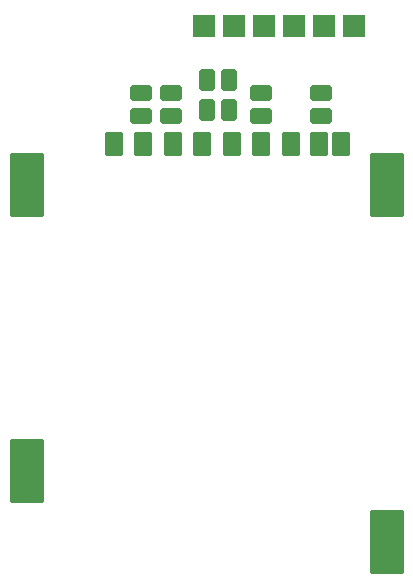
<source format=gbr>
%TF.GenerationSoftware,KiCad,Pcbnew,6.0.4-6f826c9f35~116~ubuntu20.04.1*%
%TF.CreationDate,2023-08-03T19:45:13+00:00*%
%TF.ProjectId,SPACEDOS02B_PCB02A,53504143-4544-44f5-9330-32425f504342,REV*%
%TF.SameCoordinates,Original*%
%TF.FileFunction,Soldermask,Bot*%
%TF.FilePolarity,Negative*%
%FSLAX46Y46*%
G04 Gerber Fmt 4.6, Leading zero omitted, Abs format (unit mm)*
G04 Created by KiCad (PCBNEW 6.0.4-6f826c9f35~116~ubuntu20.04.1) date 2023-08-03 19:45:13*
%MOMM*%
%LPD*%
G01*
G04 APERTURE LIST*
G04 Aperture macros list*
%AMRoundRect*
0 Rectangle with rounded corners*
0 $1 Rounding radius*
0 $2 $3 $4 $5 $6 $7 $8 $9 X,Y pos of 4 corners*
0 Add a 4 corners polygon primitive as box body*
4,1,4,$2,$3,$4,$5,$6,$7,$8,$9,$2,$3,0*
0 Add four circle primitives for the rounded corners*
1,1,$1+$1,$2,$3*
1,1,$1+$1,$4,$5*
1,1,$1+$1,$6,$7*
1,1,$1+$1,$8,$9*
0 Add four rect primitives between the rounded corners*
20,1,$1+$1,$2,$3,$4,$5,0*
20,1,$1+$1,$4,$5,$6,$7,0*
20,1,$1+$1,$6,$7,$8,$9,0*
20,1,$1+$1,$8,$9,$2,$3,0*%
G04 Aperture macros list end*
%ADD10RoundRect,0.200000X-0.762000X-0.762000X0.762000X-0.762000X0.762000X0.762000X-0.762000X0.762000X0*%
%ADD11RoundRect,0.200000X0.762000X-0.762000X0.762000X0.762000X-0.762000X0.762000X-0.762000X-0.762000X0*%
%ADD12RoundRect,0.200000X0.444500X0.698500X-0.444500X0.698500X-0.444500X-0.698500X0.444500X-0.698500X0*%
%ADD13RoundRect,0.200000X-0.698500X0.444500X-0.698500X-0.444500X0.698500X-0.444500X0.698500X0.444500X0*%
%ADD14RoundRect,0.200000X0.600000X-0.800000X0.600000X0.800000X-0.600000X0.800000X-0.600000X-0.800000X0*%
%ADD15RoundRect,0.200000X0.600000X0.800000X-0.600000X0.800000X-0.600000X-0.800000X0.600000X-0.800000X0*%
%ADD16RoundRect,0.200000X1.250000X-2.500000X1.250000X2.500000X-1.250000X2.500000X-1.250000X-2.500000X0*%
G04 APERTURE END LIST*
D10*
%TO.C,J21*%
X146491000Y-66578000D03*
%TD*%
%TO.C,J23*%
X143951000Y-66578000D03*
%TD*%
%TO.C,J24*%
X149031000Y-66578000D03*
%TD*%
%TO.C,J25*%
X138871000Y-66578000D03*
%TD*%
%TO.C,J26*%
X141411000Y-66578000D03*
%TD*%
D11*
%TO.C,J27*%
X151571000Y-66578000D03*
%TD*%
D12*
%TO.C,C33*%
X141030000Y-71150000D03*
X139125000Y-71150000D03*
%TD*%
%TO.C,C37*%
X141030000Y-73690000D03*
X139125000Y-73690000D03*
%TD*%
D13*
%TO.C,R24*%
X133537000Y-72293000D03*
X133537000Y-74198000D03*
%TD*%
%TO.C,R25*%
X136077000Y-72293000D03*
X136077000Y-74198000D03*
%TD*%
%TO.C,R26*%
X143697000Y-72293000D03*
X143697000Y-74198000D03*
%TD*%
%TO.C,R27*%
X148777000Y-72293000D03*
X148777000Y-74198000D03*
%TD*%
D14*
%TO.C,J28*%
X133735000Y-76606000D03*
X136235000Y-76606000D03*
X138735000Y-76606000D03*
X141235000Y-76606000D03*
X143735000Y-76606000D03*
X146235000Y-76606000D03*
X148665000Y-76606000D03*
X150465000Y-76606000D03*
D15*
X131235000Y-76606000D03*
D16*
X123900000Y-80106000D03*
X154350000Y-110306000D03*
X123900000Y-104306000D03*
X154350000Y-80106000D03*
%TD*%
M02*

</source>
